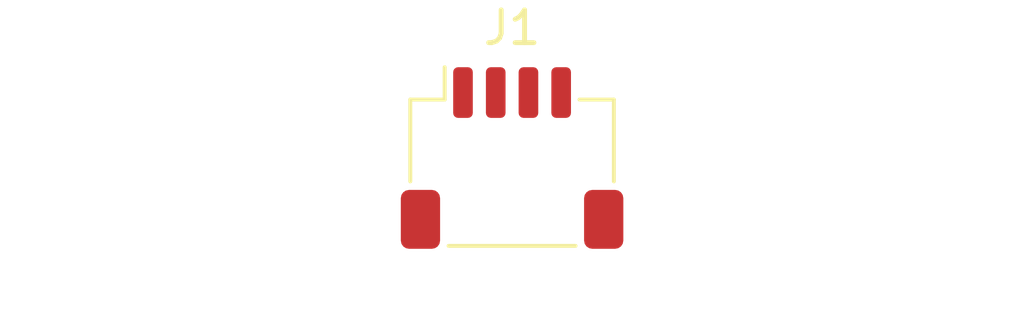
<source format=kicad_pcb>
(kicad_pcb (version 20211014) (generator pcbnew)
  (layers (0 "F.Cu" signal) (31 "B.Cu" signal) (34 "B.Paste" user) (35 "F.Paste" user) (36 "B.SilkS" user "B.Silkscreen") (37 "F.SilkS" user "F.Silkscreen") (38 "B.Mask" user) (39 "F.Mask" user) (44 "Edge.Cuts" user))
  (net 0 "")
  (net 1 "GND")
  (net 2 "+3V3")
  (net 3 "SDA")
  (net 4 "SCL")
  (footprint "Connector_JST:JST_SH_SM04B-SRSS-TB_1x04-1MP_P1.00mm_Horizontal" (layer "F.Cu") (at 146.8 97.4)
    (fp_text reference "J1" (at 0 -3.98) (layer "F.SilkS"))
    (fp_text value "HEAD-JSTSH-X-PI04-RS oom.lt/HSHR4")
    (fp_line (start -3.11 0.715) (end -3.11 -1.785) (layer "F.SilkS") (width 0.12))
    (fp_line (start -2.06 -1.785) (end -2.06 -2.775) (layer "F.SilkS") (width 0.12))
    (fp_line (start 3.11 -1.785) (end 2.06 -1.785) (layer "F.SilkS") (width 0.12))
    (fp_line (start 3.11 0.715) (end 3.11 -1.785) (layer "F.SilkS") (width 0.12))
    (fp_line (start -3.11 -1.785) (end -2.06 -1.785) (layer "F.SilkS") (width 0.12))
    (fp_line (start -1.94 2.685) (end 1.94 2.685) (layer "F.SilkS") (width 0.12))
    (pad "1" smd roundrect (at -1.5 -2) (size 0.6 1.55) (layers "F.Cu" "F.Paste" "F.Mask") (net 1 "GND"))
    (pad "2" smd roundrect (at -0.5 -2) (size 0.6 1.55) (layers "F.Cu" "F.Paste" "F.Mask") (net 2 "+3V3"))
    (pad "3" smd roundrect (at 0.5 -2) (size 0.6 1.55) (layers "F.Cu" "F.Paste" "F.Mask") (net 3 "SDA"))
    (pad "4" smd roundrect (at 1.5 -2) (size 0.6 1.55) (layers "F.Cu" "F.Paste" "F.Mask") (net 4 "SCL"))
    (pad "MP" smd roundrect (at -2.8 1.875) (size 1.2 1.8) (layers "F.Cu" "F.Paste" "F.Mask") (roundrect_rratio 0.208333) (net 1 "GND"))
    (pad "MP" smd roundrect (at 2.8 1.875) (size 1.2 1.8) (layers "F.Cu" "F.Paste" "F.Mask") (roundrect_rratio 0.208333) (net 1 "GND"))
  )
)
</source>
